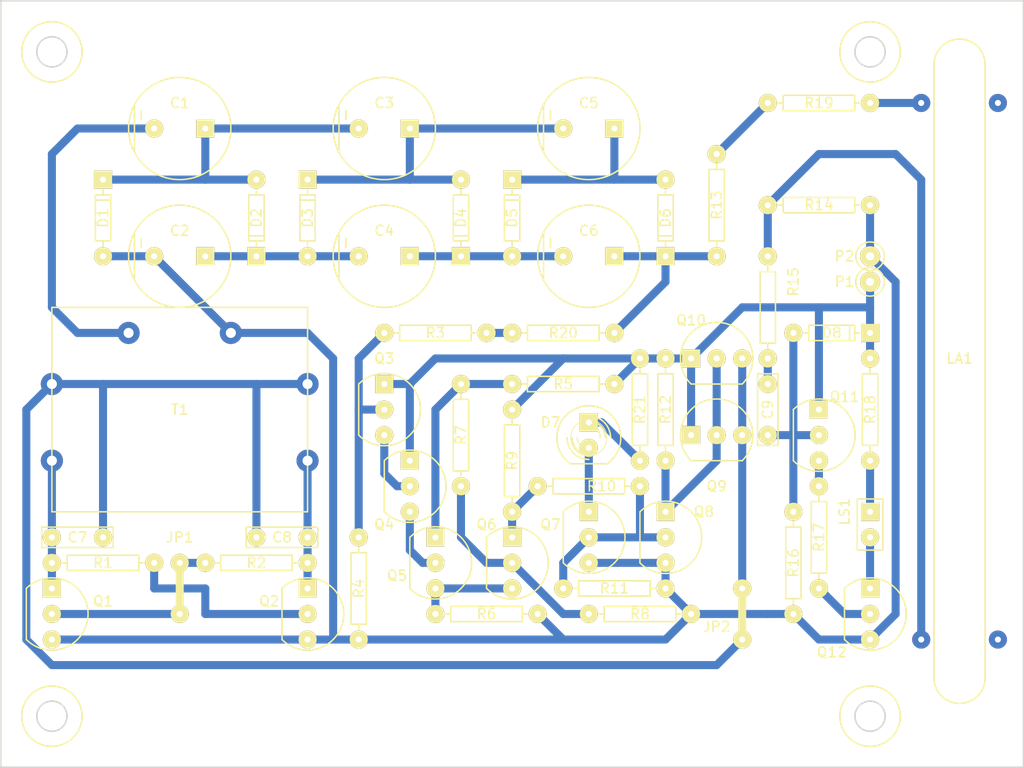
<source format=kicad_pcb>
(kicad_pcb (version 20211014) (generator pcbnew)
  (layers (0 "F.Cu" signal) (31 "B.Cu" signal) (34 "B.Paste" user) (35 "F.Paste" user) (36 "B.SilkS" user "B.Silkscreen") (37 "F.SilkS" user "F.Silkscreen") (38 "B.Mask" user) (39 "F.Mask" user) (44 "Edge.Cuts" user))
  (net 0 "")
  (net 1 "Net-(C1-Pad1)")
  (net 2 "Net-(C1-Pad2)")
  (net 3 "Net-(C2-Pad1)")
  (net 4 "Net-(C2-Pad2)")
  (net 5 "Net-(C3-Pad1)")
  (net 6 "Net-(C4-Pad1)")
  (net 7 "Net-(C5-Pad1)")
  (net 8 "Net-(C6-Pad1)")
  (net 9 "Net-(C7-Pad1)")
  (net 10 "Net-(C7-Pad2)")
  (net 11 "Net-(C8-Pad1)")
  (net 12 "Net-(C9-Pad1)")
  (net 13 "Net-(C9-Pad2)")
  (net 14 "Net-(D7-Pad1)")
  (net 15 "Net-(D7-Pad2)")
  (net 16 "Net-(LA1-Pad1)")
  (net 17 "Net-(LA1-Pad2)")
  (net 18 "Net-(LS1-Pad1)")
  (net 19 "Net-(LS1-Pad2)")
  (net 20 "Net-(JP1-Pad1)")
  (net 21 "Net-(JP1-Pad2)")
  (net 22 "Net-(JP2-Pad1)")
  (net 23 "Net-(Q2-Pad2)")
  (net 24 "Net-(Q3-Pad3)")
  (net 25 "Net-(Q3-Pad2)")
  (net 26 "Net-(Q4-Pad3)")
  (net 27 "Net-(Q5-Pad3)")
  (net 28 "Net-(Q5-Pad1)")
  (net 29 "Net-(Q6-Pad2)")
  (net 30 "Net-(Q6-Pad1)")
  (net 31 "Net-(Q7-Pad2)")
  (net 32 "Net-(Q10-Pad2)")
  (net 33 "Net-(Q11-Pad3)")
  (net 34 "Net-(Q12-Pad2)")
  (net 35 "Net-(R20-Pad2)")
  (net 36 "Net-(R13-Pad1)")
  (net 37 "Net-(D8-Pad2)")
  (footprint "common:R4" (layer "F.Cu") (at 114.3 104.14 180)
    (fp_text reference "R2" (at 0 0 180) (layer "F.SilkS"))
    (fp_text value "R" hide)
    (pad "1" thru_hole circle locked (at -5.08 0 180) (size 1.80086 1.80086) (drill 0.59944) (layers *.Cu *.Mask "F.SilkS") (net 11 "Net-(C8-Pad1)"))
    (pad "2" thru_hole circle locked (at 5.08 0 180) (size 1.80086 1.80086) (drill 0.59944) (layers *.Cu *.Mask "F.SilkS") (net 20 "Net-(JP1-Pad1)"))
  )
  (footprint "common:R4" (layer "F.Cu") (at 134.62 91.44 -90)
    (fp_text reference "R7" (at 0 0 -90) (layer "F.SilkS"))
    (fp_text value "R" hide)
    (pad "1" thru_hole circle locked (at -5.08 0 270) (size 1.80086 1.80086) (drill 0.59944) (layers *.Cu *.Mask "F.SilkS") (net 28 "Net-(Q5-Pad1)"))
    (pad "2" thru_hole circle locked (at 5.08 0 270) (size 1.80086 1.80086) (drill 0.59944) (layers *.Cu *.Mask "F.SilkS") (net 29 "Net-(Q6-Pad2)"))
  )
  (footprint "common:NPN" (layer "F.Cu") (at 119.38 109.22)
    (fp_text reference "Q2" (at -3.81 -1.27 180) (layer "F.SilkS"))
    (fp_text value "NPN" hide)
    (pad "1" thru_hole rect locked (at 0 -2.54 180) (size 1.80086 1.80086) (drill 0.59944) (layers *.Cu *.Mask "F.SilkS") (net 11 "Net-(C8-Pad1)"))
    (pad "2" thru_hole circle locked (at 0 0 180) (size 1.80086 1.80086) (drill 0.59944) (layers *.Cu *.Mask "F.SilkS") (net 23 "Net-(Q2-Pad2)"))
    (pad "3" thru_hole circle locked (at 0 2.54 180) (size 1.80086 1.80086) (drill 0.59944) (layers *.Cu *.Mask "F.SilkS") (net 4 "Net-(C2-Pad2)"))
  )
  (footprint "common:R4" (layer "F.Cu") (at 167.64 104.14 -90)
    (fp_text reference "R16" (at 0 0 -90) (layer "F.SilkS"))
    (fp_text value "R" hide)
    (pad "1" thru_hole circle locked (at -5.08 0 270) (size 1.80086 1.80086) (drill 0.59944) (layers *.Cu *.Mask "F.SilkS") (net 12 "Net-(C9-Pad1)"))
    (pad "2" thru_hole circle locked (at 5.08 0 270) (size 1.80086 1.80086) (drill 0.59944) (layers *.Cu *.Mask "F.SilkS") (net 4 "Net-(C2-Pad2)"))
  )
  (footprint "common:CP2" (layer "F.Cu") (at 147.32 60.96 90)
    (fp_text reference "C5" (at 2.54 0 180) (layer "F.SilkS"))
    (fp_text value "CP1" hide)
    (pad "1" thru_hole rect locked (at 0 2.54 90) (size 1.80086 1.80086) (drill 0.59944) (layers *.Cu *.Mask "F.SilkS") (net 7 "Net-(C5-Pad1)"))
    (pad "2" thru_hole circle locked (at 0 -2.54 90) (size 1.80086 1.80086) (drill 0.59944) (layers *.Cu *.Mask "F.SilkS") (net 5 "Net-(C3-Pad1)"))
  )
  (footprint "common:R4" (layer "F.Cu") (at 152.4 109.22)
    (fp_text reference "R8" (at 0 0) (layer "F.SilkS"))
    (fp_text value "R" hide)
    (pad "1" thru_hole circle locked (at -5.08 0) (size 1.80086 1.80086) (drill 0.59944) (layers *.Cu *.Mask "F.SilkS") (net 29 "Net-(Q6-Pad2)"))
    (pad "2" thru_hole circle locked (at 5.08 0) (size 1.80086 1.80086) (drill 0.59944) (layers *.Cu *.Mask "F.SilkS") (net 4 "Net-(C2-Pad2)"))
  )
  (footprint "common:R4" (layer "F.Cu") (at 139.7 93.98 -90)
    (fp_text reference "R9" (at 0 0 90) (layer "F.SilkS"))
    (fp_text value "R" hide)
    (pad "1" thru_hole circle locked (at -5.08 0 270) (size 1.80086 1.80086) (drill 0.59944) (layers *.Cu *.Mask "F.SilkS") (net 37 "Net-(D8-Pad2)"))
    (pad "2" thru_hole circle locked (at 5.08 0 270) (size 1.80086 1.80086) (drill 0.59944) (layers *.Cu *.Mask "F.SilkS") (net 30 "Net-(Q6-Pad1)"))
  )
  (footprint "common:R4" (layer "F.Cu") (at 175.26 88.9 -90)
    (fp_text reference "R18" (at 0 0 -90) (layer "F.SilkS"))
    (fp_text value "R" hide)
    (pad "1" thru_hole circle locked (at -5.08 0 270) (size 1.80086 1.80086) (drill 0.59944) (layers *.Cu *.Mask "F.SilkS") (net 37 "Net-(D8-Pad2)"))
    (pad "2" thru_hole circle locked (at 5.08 0 270) (size 1.80086 1.80086) (drill 0.59944) (layers *.Cu *.Mask "F.SilkS") (net 18 "Net-(LS1-Pad1)"))
  )
  (footprint "common:CP2" (layer "F.Cu") (at 106.68 73.66 90)
    (fp_text reference "C2" (at 2.54 0 180) (layer "F.SilkS"))
    (fp_text value "CP1" hide)
    (pad "1" thru_hole rect locked (at 0 2.54 90) (size 1.80086 1.80086) (drill 0.59944) (layers *.Cu *.Mask "F.SilkS") (net 3 "Net-(C2-Pad1)"))
    (pad "2" thru_hole circle locked (at 0 -2.54 90) (size 1.80086 1.80086) (drill 0.59944) (layers *.Cu *.Mask "F.SilkS") (net 4 "Net-(C2-Pad2)"))
  )
  (footprint "common:CP2" (layer "F.Cu") (at 127 60.96 90)
    (fp_text reference "C3" (at 2.54 0 180) (layer "F.SilkS"))
    (fp_text value "CP1" hide)
    (pad "1" thru_hole rect locked (at 0 2.54 90) (size 1.80086 1.80086) (drill 0.59944) (layers *.Cu *.Mask "F.SilkS") (net 5 "Net-(C3-Pad1)"))
    (pad "2" thru_hole circle locked (at 0 -2.54 90) (size 1.80086 1.80086) (drill 0.59944) (layers *.Cu *.Mask "F.SilkS") (net 1 "Net-(C1-Pad1)"))
  )
  (footprint "common:NPN" (layer "F.Cu") (at 147.32 101.6)
    (fp_text reference "Q7" (at -3.81 -1.27 180) (layer "F.SilkS"))
    (fp_text value "NPN" hide)
    (pad "1" thru_hole rect locked (at 0 -2.54 180) (size 1.80086 1.80086) (drill 0.59944) (layers *.Cu *.Mask "F.SilkS") (net 15 "Net-(D7-Pad2)"))
    (pad "2" thru_hole circle locked (at 0 0 180) (size 1.80086 1.80086) (drill 0.59944) (layers *.Cu *.Mask "F.SilkS") (net 31 "Net-(Q7-Pad2)"))
    (pad "3" thru_hole circle locked (at 0 2.54 180) (size 1.80086 1.80086) (drill 0.59944) (layers *.Cu *.Mask "F.SilkS") (net 4 "Net-(C2-Pad2)"))
  )
  (footprint "common:J302BG" (layer "F.Cu") (at 185.42 83.82 -90)
    (fp_text reference "LA1" (at 0 1.27 180) (layer "F.SilkS"))
    (fp_text value "GEIGER")
    (pad "1" thru_hole circle locked (at -25.4 5.08 270) (size 1.8 1.8) (drill 0.6) (layers *.Cu *.Mask) (net 16 "Net-(LA1-Pad1)"))
    (pad "2" thru_hole circle locked (at 27.94 5.08 270) (size 1.8 1.8) (drill 0.6) (layers *.Cu *.Mask) (net 17 "Net-(LA1-Pad2)"))
    (pad "3" thru_hole circle locked (at 27.94 -2.54 270) (size 1.8 1.8) (drill 0.6) (layers *.Cu *.Mask))
    (pad "4" thru_hole circle locked (at -25.4 -2.54 270) (size 1.8 1.8) (drill 0.6) (layers *.Cu *.Mask))
  )
  (footprint "common:C2" (layer "F.Cu") (at 116.84 101.6 180)
    (fp_text reference "C8" (at 0 0) (layer "F.SilkS"))
    (fp_text value "C" hide)
    (pad "1" thru_hole circle locked (at -2.54 0 180) (size 1.80086 1.80086) (drill 0.59944) (layers *.Cu *.Mask "F.SilkS") (net 11 "Net-(C8-Pad1)"))
    (pad "2" thru_hole circle locked (at 2.54 0 180) (size 1.80086 1.80086) (drill 0.59944) (layers *.Cu *.Mask "F.SilkS") (net 9 "Net-(C7-Pad1)"))
  )
  (footprint "common:R4" (layer "F.Cu") (at 147.32 96.52)
    (fp_text reference "R10" (at 1.27 0) (layer "F.SilkS"))
    (fp_text value "R" hide)
    (pad "1" thru_hole circle locked (at -5.08 0) (size 1.80086 1.80086) (drill 0.59944) (layers *.Cu *.Mask "F.SilkS") (net 30 "Net-(Q6-Pad1)"))
    (pad "2" thru_hole circle locked (at 5.08 0) (size 1.80086 1.80086) (drill 0.59944) (layers *.Cu *.Mask "F.SilkS") (net 31 "Net-(Q7-Pad2)"))
  )
  (footprint "common:R4" (layer "F.Cu") (at 99.06 104.14 180)
    (fp_text reference "R1" (at 0 0 180) (layer "F.SilkS"))
    (fp_text value "R" hide)
    (pad "1" thru_hole circle locked (at -5.08 0 180) (size 1.80086 1.80086) (drill 0.59944) (layers *.Cu *.Mask "F.SilkS") (net 23 "Net-(Q2-Pad2)"))
    (pad "2" thru_hole circle locked (at 5.08 0 180) (size 1.80086 1.80086) (drill 0.59944) (layers *.Cu *.Mask "F.SilkS") (net 10 "Net-(C7-Pad2)"))
  )
  (footprint "common:R4" (layer "F.Cu") (at 160.02 68.58 -90)
    (fp_text reference "R13" (at 0 0 -90) (layer "F.SilkS"))
    (fp_text value "R" hide)
    (pad "1" thru_hole circle locked (at -5.08 0 270) (size 1.80086 1.80086) (drill 0.59944) (layers *.Cu *.Mask "F.SilkS") (net 36 "Net-(R13-Pad1)"))
    (pad "2" thru_hole circle locked (at 5.08 0 270) (size 1.80086 1.80086) (drill 0.59944) (layers *.Cu *.Mask "F.SilkS") (net 8 "Net-(C6-Pad1)"))
  )
  (footprint "common:PIN_ARRAY_1X1" (layer "F.Cu") (at 175.26 76.2)
    (fp_text reference "P1" (at -2.54 0) (layer "F.SilkS"))
    (fp_text value "CONN_1" hide)
    (pad "1" thru_hole circle locked (at 0 0) (size 2 2) (drill 0.8) (layers *.Cu *.Mask "F.SilkS") (net 37 "Net-(D8-Pad2)"))
  )
  (footprint "common:C2" (layer "F.Cu") (at 96.52 101.6 180)
    (fp_text reference "C7" (at 0 0) (layer "F.SilkS"))
    (fp_text value "C" hide)
    (pad "1" thru_hole circle locked (at -2.54 0 180) (size 1.80086 1.80086) (drill 0.59944) (layers *.Cu *.Mask "F.SilkS") (net 9 "Net-(C7-Pad1)"))
    (pad "2" thru_hole circle locked (at 2.54 0 180) (size 1.80086 1.80086) (drill 0.59944) (layers *.Cu *.Mask "F.SilkS") (net 10 "Net-(C7-Pad2)"))
  )
  (footprint "common:LED-5MM" (layer "F.Cu") (at 147.32 91.44 -90)
    (fp_text reference "D7" (at -1.27 3.81 180) (layer "F.SilkS"))
    (fp_text value "LED" hide)
    (pad "1" thru_hole rect locked (at -1.27 0 270) (size 1.80086 1.80086) (drill 0.59944) (layers *.Cu "F.Paste" "F.SilkS" "F.Mask") (net 14 "Net-(D7-Pad1)"))
    (pad "2" thru_hole circle locked (at 1.27 0 270) (size 1.80086 1.80086) (drill 0.59944) (layers *.Cu "F.Paste" "F.SilkS" "F.Mask") (net 15 "Net-(D7-Pad2)"))
  )
  (footprint "common:C2" (layer "F.Cu") (at 165.1 88.9 90)
    (fp_text reference "C9" (at 0 0 90) (layer "F.SilkS"))
    (fp_text value "C" hide)
    (pad "1" thru_hole circle locked (at -2.54 0 90) (size 1.80086 1.80086) (drill 0.59944) (layers *.Cu *.Mask "F.SilkS") (net 12 "Net-(C9-Pad1)"))
    (pad "2" thru_hole circle locked (at 2.54 0 90) (size 1.80086 1.80086) (drill 0.59944) (layers *.Cu *.Mask "F.SilkS") (net 13 "Net-(C9-Pad2)"))
  )
  (footprint "common:D3" (layer "F.Cu") (at 119.38 71.12 90)
    (fp_text reference "D3" (at 1.27 0 90) (layer "F.SilkS"))
    (fp_text value "DIODE" hide)
    (pad "1" thru_hole circle locked (at -2.54 0 90) (size 1.80086 1.80086) (drill 0.59944) (layers *.Cu *.Mask "F.SilkS") (net 3 "Net-(C2-Pad1)"))
    (pad "2" thru_hole rect locked (at 5.08 0 90) (size 1.80086 1.80086) (drill 0.59944) (layers *.Cu *.Mask "F.SilkS") (net 5 "Net-(C3-Pad1)"))
  )
  (footprint "common:D3" (layer "F.Cu") (at 170.18 81.28)
    (fp_text reference "D8" (at 1.27 0) (layer "F.SilkS"))
    (fp_text value "DIODE" hide)
    (pad "1" thru_hole circle locked (at -2.54 0) (size 1.80086 1.80086) (drill 0.59944) (layers *.Cu *.Mask "F.SilkS") (net 12 "Net-(C9-Pad1)"))
    (pad "2" thru_hole rect locked (at 5.08 0) (size 1.80086 1.80086) (drill 0.59944) (layers *.Cu *.Mask "F.SilkS") (net 37 "Net-(D8-Pad2)"))
  )
  (footprint "common:NPN" (layer "F.Cu") (at 160.02 83.82 90)
    (fp_text reference "Q10" (at 3.81 -2.54 180) (layer "F.SilkS"))
    (fp_text value "NPN" hide)
    (pad "1" thru_hole rect locked (at 0 -2.54 270) (size 1.80086 1.80086) (drill 0.59944) (layers *.Cu *.Mask "F.SilkS") (net 37 "Net-(D8-Pad2)"))
    (pad "2" thru_hole circle locked (at 0 0 270) (size 1.80086 1.80086) (drill 0.59944) (layers *.Cu *.Mask "F.SilkS") (net 32 "Net-(Q10-Pad2)"))
    (pad "3" thru_hole circle locked (at 0 2.54 270) (size 1.80086 1.80086) (drill 0.59944) (layers *.Cu *.Mask "F.SilkS") (net 22 "Net-(JP2-Pad1)"))
  )
  (footprint "common:CP2" (layer "F.Cu") (at 127 73.66 90)
    (fp_text reference "C4" (at 2.54 0 180) (layer "F.SilkS"))
    (fp_text value "CP1" hide)
    (pad "1" thru_hole rect locked (at 0 2.54 90) (size 1.80086 1.80086) (drill 0.59944) (layers *.Cu *.Mask "F.SilkS") (net 6 "Net-(C4-Pad1)"))
    (pad "2" thru_hole circle locked (at 0 -2.54 90) (size 1.80086 1.80086) (drill 0.59944) (layers *.Cu *.Mask "F.SilkS") (net 3 "Net-(C2-Pad1)"))
  )
  (footprint "common:R4" (layer "F.Cu") (at 144.78 86.36 180)
    (fp_text reference "R5" (at 0 0 180) (layer "F.SilkS"))
    (fp_text value "R" hide)
    (pad "1" thru_hole circle locked (at -5.08 0 180) (size 1.80086 1.80086) (drill 0.59944) (layers *.Cu *.Mask "F.SilkS") (net 37 "Net-(D8-Pad2)"))
    (pad "2" thru_hole circle locked (at 5.08 0 180) (size 1.80086 1.80086) (drill 0.59944) (layers *.Cu *.Mask "F.SilkS") (net 28 "Net-(Q5-Pad1)"))
  )
  (footprint "common:R4" (layer "F.Cu") (at 170.18 68.58)
    (fp_text reference "R14" (at 0 0) (layer "F.SilkS"))
    (fp_text value "R" hide)
    (pad "1" thru_hole circle locked (at -5.08 0) (size 1.80086 1.80086) (drill 0.59944) (layers *.Cu *.Mask "F.SilkS") (net 17 "Net-(LA1-Pad2)"))
    (pad "2" thru_hole circle locked (at 5.08 0) (size 1.80086 1.80086) (drill 0.59944) (layers *.Cu *.Mask "F.SilkS") (net 4 "Net-(C2-Pad2)"))
  )
  (footprint "common:CP2" (layer "F.Cu") (at 106.68 60.96 90)
    (fp_text reference "C1" (at 2.54 0 180) (layer "F.SilkS"))
    (fp_text value "CP1" hide)
    (pad "1" thru_hole rect locked (at 0 2.54 90) (size 1.80086 1.80086) (drill 0.59944) (layers *.Cu *.Mask "F.SilkS") (net 1 "Net-(C1-Pad1)"))
    (pad "2" thru_hole circle locked (at 0 -2.54 90) (size 1.80086 1.80086) (drill 0.59944) (layers *.Cu *.Mask "F.SilkS") (net 2 "Net-(C1-Pad2)"))
  )
  (footprint "common:D3" (layer "F.Cu") (at 99.06 71.12 90)
    (fp_text reference "D1" (at 1.27 0 90) (layer "F.SilkS"))
    (fp_text value "DIODE" hide)
    (pad "1" thru_hole circle locked (at -2.54 0 90) (size 1.80086 1.80086) (drill 0.59944) (layers *.Cu *.Mask "F.SilkS") (net 4 "Net-(C2-Pad2)"))
    (pad "2" thru_hole rect locked (at 5.08 0 90) (size 1.80086 1.80086) (drill 0.59944) (layers *.Cu *.Mask "F.SilkS") (net 1 "Net-(C1-Pad1)"))
  )
  (footprint "common:NPN" (layer "F.Cu") (at 154.94 101.6)
    (fp_text reference "Q8" (at 3.81 -2.54 180) (layer "F.SilkS"))
    (fp_text value "NPN" hide)
    (pad "1" thru_hole rect locked (at 0 -2.54 180) (size 1.80086 1.80086) (drill 0.59944) (layers *.Cu *.Mask "F.SilkS") (net 32 "Net-(Q10-Pad2)"))
    (pad "2" thru_hole circle locked (at 0 0 180) (size 1.80086 1.80086) (drill 0.59944) (layers *.Cu *.Mask "F.SilkS") (net 31 "Net-(Q7-Pad2)"))
    (pad "3" thru_hole circle locked (at 0 2.54 180) (size 1.80086 1.80086) (drill 0.59944) (layers *.Cu *.Mask "F.SilkS") (net 4 "Net-(C2-Pad2)"))
  )
  (footprint "common:R4" (layer "F.Cu") (at 124.46 106.68 -90)
    (fp_text reference "R4" (at 0 0 -90) (layer "F.SilkS"))
    (fp_text value "R" hide)
    (pad "1" thru_hole circle locked (at -5.08 0 270) (size 1.80086 1.80086) (drill 0.59944) (layers *.Cu *.Mask "F.SilkS") (net 25 "Net-(Q3-Pad2)"))
    (pad "2" thru_hole circle locked (at 5.08 0 270) (size 1.80086 1.80086) (drill 0.59944) (layers *.Cu *.Mask "F.SilkS") (net 4 "Net-(C2-Pad2)"))
  )
  (footprint "common:NPN" (layer "F.Cu") (at 129.54 96.52)
    (fp_text reference "Q4" (at -2.54 3.81 180) (layer "F.SilkS"))
    (fp_text value "NPN" hide)
    (pad "1" thru_hole rect locked (at 0 -2.54 180) (size 1.80086 1.80086) (drill 0.59944) (layers *.Cu *.Mask "F.SilkS") (net 37 "Net-(D8-Pad2)"))
    (pad "2" thru_hole circle locked (at 0 0 180) (size 1.80086 1.80086) (drill 0.59944) (layers *.Cu *.Mask "F.SilkS") (net 24 "Net-(Q3-Pad3)"))
    (pad "3" thru_hole circle locked (at 0 2.54 180) (size 1.80086 1.80086) (drill 0.59944) (layers *.Cu *.Mask "F.SilkS") (net 26 "Net-(Q4-Pad3)"))
  )
  (footprint "common:NPN" (layer "F.Cu") (at 160.02 91.44 90)
    (fp_text reference "Q9" (at -5.08 0 180) (layer "F.SilkS"))
    (fp_text value "NPN" hide)
    (pad "1" thru_hole rect locked (at 0 -2.54 270) (size 1.80086 1.80086) (drill 0.59944) (layers *.Cu *.Mask "F.SilkS") (net 37 "Net-(D8-Pad2)"))
    (pad "2" thru_hole circle locked (at 0 0 270) (size 1.80086 1.80086) (drill 0.59944) (layers *.Cu *.Mask "F.SilkS") (net 32 "Net-(Q10-Pad2)"))
    (pad "3" thru_hole circle locked (at 0 2.54 270) (size 1.80086 1.80086) (drill 0.59944) (layers *.Cu *.Mask "F.SilkS") (net 22 "Net-(JP2-Pad1)"))
  )
  (footprint "common:NPN" (layer "F.Cu") (at 127 88.9)
    (fp_text reference "Q3" (at 0 -5.08 180) (layer "F.SilkS"))
    (fp_text value "NPN" hide)
    (pad "1" thru_hole rect locked (at 0 -2.54 180) (size 1.80086 1.80086) (drill 0.59944) (layers *.Cu *.Mask "F.SilkS") (net 37 "Net-(D8-Pad2)"))
    (pad "2" thru_hole circle locked (at 0 0 180) (size 1.80086 1.80086) (drill 0.59944) (layers *.Cu *.Mask "F.SilkS") (net 25 "Net-(Q3-Pad2)"))
    (pad "3" thru_hole circle locked (at 0 2.54 180) (size 1.80086 1.80086) (drill 0.59944) (layers *.Cu *.Mask "F.SilkS") (net 24 "Net-(Q3-Pad3)"))
  )
  (footprint "common:R4" (layer "F.Cu") (at 165.1 78.74 90)
    (fp_text reference "R15" (at 2.54 2.54 90) (layer "F.SilkS"))
    (fp_text value "R" hide)
    (pad "1" thru_hole circle locked (at -5.08 0 90) (size 1.80086 1.80086) (drill 0.59944) (layers *.Cu *.Mask "F.SilkS") (net 13 "Net-(C9-Pad2)"))
    (pad "2" thru_hole circle locked (at 5.08 0 90) (size 1.80086 1.80086) (drill 0.59944) (layers *.Cu *.Mask "F.SilkS") (net 17 "Net-(LA1-Pad2)"))
  )
  (footprint "common:NPN" (layer "F.Cu") (at 132.08 104.14)
    (fp_text reference "Q5" (at -3.81 1.27 180) (layer "F.SilkS"))
    (fp_text value "NPN" hide)
    (pad "1" thru_hole rect locked (at 0 -2.54 180) (size 1.80086 1.80086) (drill 0.59944) (layers *.Cu *.Mask "F.SilkS") (net 28 "Net-(Q5-Pad1)"))
    (pad "2" thru_hole circle locked (at 0 0 180) (size 1.80086 1.80086) (drill 0.59944) (layers *.Cu *.Mask "F.SilkS") (net 26 "Net-(Q4-Pad3)"))
    (pad "3" thru_hole circle locked (at 0 2.54 180) (size 1.80086 1.80086) (drill 0.59944) (layers *.Cu *.Mask "F.SilkS") (net 27 "Net-(Q5-Pad3)"))
  )
  (footprint "common:CP2" (layer "F.Cu") (at 147.32 73.66 90)
    (fp_text reference "C6" (at 2.54 0 180) (layer "F.SilkS"))
    (fp_text value "CP1" hide)
    (pad "1" thru_hole rect locked (at 0 2.54 90) (size 1.80086 1.80086) (drill 0.59944) (layers *.Cu *.Mask "F.SilkS") (net 8 "Net-(C6-Pad1)"))
    (pad "2" thru_hole circle locked (at 0 -2.54 90) (size 1.80086 1.80086) (drill 0.59944) (layers *.Cu *.Mask "F.SilkS") (net 6 "Net-(C4-Pad1)"))
  )
  (footprint "common:D3" (layer "F.Cu") (at 139.7 71.12 90)
    (fp_text reference "D5" (at 1.27 0 90) (layer "F.SilkS"))
    (fp_text value "DIODE" hide)
    (pad "1" thru_hole circle locked (at -2.54 0 90) (size 1.80086 1.80086) (drill 0.59944) (layers *.Cu *.Mask "F.SilkS") (net 6 "Net-(C4-Pad1)"))
    (pad "2" thru_hole rect locked (at 5.08 0 90) (size 1.80086 1.80086) (drill 0.59944) (layers *.Cu *.Mask "F.SilkS") (net 7 "Net-(C5-Pad1)"))
  )
  (footprint "common:NPN" (layer "F.Cu") (at 139.7 104.14)
    (fp_text reference "Q6" (at -2.54 -3.81 180) (layer "F.SilkS"))
    (fp_text value "NPN" hide)
    (pad "1" thru_hole rect locked (at 0 -2.54 180) (size 1.80086 1.80086) (drill 0.59944) (layers *.Cu *.Mask "F.SilkS") (net 30 "Net-(Q6-Pad1)"))
    (pad "2" thru_hole circle locked (at 0 0 180) (size 1.80086 1.80086) (drill 0.59944) (layers *.Cu *.Mask "F.SilkS") (net 29 "Net-(Q6-Pad2)"))
    (pad "3" thru_hole circle locked (at 0 2.54 180) (size 1.80086 1.80086) (drill 0.59944) (layers *.Cu *.Mask "F.SilkS") (net 27 "Net-(Q5-Pad3)"))
  )
  (footprint "common:NPN" (layer "F.Cu") (at 93.98 109.22)
    (fp_text reference "Q1" (at 5.08 -1.27 180) (layer "F.SilkS"))
    (fp_text value "NPN" hide)
    (pad "1" thru_hole rect locked (at 0 -2.54 180) (size 1.80086 1.80086) (drill 0.59944) (layers *.Cu *.Mask "F.SilkS") (net 10 "Net-(C7-Pad2)"))
    (pad "2" thru_hole circle locked (at 0 0 180) (size 1.80086 1.80086) (drill 0.59944) (layers *.Cu *.Mask "F.SilkS") (net 21 "Net-(JP1-Pad2)"))
    (pad "3" thru_hole circle locked (at 0 2.54 180) (size 1.80086 1.80086) (drill 0.59944) (layers *.Cu *.Mask "F.SilkS") (net 4 "Net-(C2-Pad2)"))
  )
  (footprint "common:R4" (layer "F.Cu") (at 170.18 101.6 -90)
    (fp_text reference "R17" (at 0 0 -90) (layer "F.SilkS"))
    (fp_text value "R" hide)
    (pad "1" thru_hole circle locked (at -5.08 0 270) (size 1.80086 1.80086) (drill 0.59944) (layers *.Cu *.Mask "F.SilkS") (net 33 "Net-(Q11-Pad3)"))
    (pad "2" thru_hole circle locked (at 5.08 0 270) (size 1.80086 1.80086) (drill 0.59944) (layers *.Cu *.Mask "F.SilkS") (net 34 "Net-(Q12-Pad2)"))
  )
  (footprint "common:R4" (layer "F.Cu") (at 137.16 109.22)
    (fp_text reference "R6" (at 0 0) (layer "F.SilkS"))
    (fp_text value "R" hide)
    (pad "1" thru_hole circle locked (at -5.08 0) (size 1.80086 1.80086) (drill 0.59944) (layers *.Cu *.Mask "F.SilkS") (net 27 "Net-(Q5-Pad3)"))
    (pad "2" thru_hole circle locked (at 5.08 0) (size 1.80086 1.80086) (drill 0.59944) (layers *.Cu *.Mask "F.SilkS") (net 4 "Net-(C2-Pad2)"))
  )
  (footprint "common:D3" (layer "F.Cu") (at 114.3 68.58 -90)
    (fp_text reference "D2" (at 1.27 0 -90) (layer "F.SilkS"))
    (fp_text value "DIODE" hide)
    (pad "1" thru_hole circle locked (at -2.54 0 270) (size 1.80086 1.80086) (drill 0.59944) (layers *.Cu *.Mask "F.SilkS") (net 1 "Net-(C1-Pad1)"))
    (pad "2" thru_hole rect locked (at 5.08 0 270) (size 1.80086 1.80086) (drill 0.59944) (layers *.Cu *.Mask "F.SilkS") (net 3 "Net-(C2-Pad1)"))
  )
  (footprint "common:D3" (layer "F.Cu") (at 154.94 68.58 -90)
    (fp_text reference "D6" (at 1.27 0 -90) (layer "F.SilkS"))
    (fp_text value "DIODE" hide)
    (pad "1" thru_hole circle locked (at -2.54 0 270) (size 1.80086 1.80086) (drill 0.59944) (layers *.Cu *.Mask "F.SilkS") (net 7 "Net-(C5-Pad1)"))
    (pad "2" thru_hole rect locked (at 5.08 0 270) (size 1.80086 1.80086) (drill 0.59944) (layers *.Cu *.Mask "F.SilkS") (net 8 "Net-(C6-Pad1)"))
  )
  (footprint "common:D3" (layer "F.Cu") (at 134.62 68.58 -90)
    (fp_text reference "D4" (at 1.27 0 -90) (layer "F.SilkS"))
    (fp_text value "DIODE" hide)
    (pad "1" thru_hole circle locked (at -2.54 0 270) (size 1.80086 1.80086) (drill 0.59944) (layers *.Cu *.Mask "F.SilkS") (net 5 "Net-(C3-Pad1)"))
    (pad "2" thru_hole rect locked (at 5.08 0 270) (size 1.80086 1.80086) (drill 0.59944) (layers *.Cu *.Mask "F.SilkS") (net 6 "Net-(C4-Pad1)"))
  )
  (footprint "common:TRANSFO_2S" (layer "F.Cu") (at 106.68 88.9 180)
    (fp_text reference "T1" (at 0 0 180) (layer "F.SilkS"))
    (fp_text value "TRANSFO_2S" hide)
    (pad "1" thru_hole circle locked (at -5.08 7.62 180) (size 2.2 2.2) (drill 1) (layers *.Cu *.Mask) (net 4 "Net-(C2-Pad2)"))
    (pad "2" thru_hole circle locked (at 5.08 7.62 180) (size 2.2 2.2) (drill 1) (layers *.Cu *.Mask) (net 2 "Net-(C1-Pad2)"))
    (pad "3" thru_hole circle locked (at -12.7 -5.08 180) (size 2.2 2.2) (drill 1) (layers *.Cu *.Mask) (net 11 "Net-(C8-Pad1)"))
    (pad "4" thru_hole circle locked (at -12.7 2.54 180) (size 2.2 2.2) (drill 1) (layers *.Cu *.Mask) (net 9 "Net-(C7-Pad1)"))
    (pad "5" thru_hole circle locked (at 12.7 2.54 180) (size 2.2 2.2) (drill 1) (layers *.Cu *.Mask) (net 9 "Net-(C7-Pad1)"))
    (pad "6" thru_hole circle locked (at 12.7 -5.08 180) (size 2.2 2.2) (drill 1) (layers *.Cu *.Mask) (net 10 "Net-(C7-Pad2)"))
  )
  (footprint "common:NPN" (layer "F.Cu") (at 170.18 91.44)
    (fp_text reference "Q11" (at 2.54 -3.81 180) (layer "F.SilkS"))
    (fp_text value "NPN" hide)
    (pad "1" thru_hole rect locked (at 0 -2.54 180) (size 1.80086 1.80086) (drill 0.59944) (layers *.Cu *.Mask "F.SilkS") (net 37 "Net-(D8-Pad2)"))
    (pad "2" thru_hole circle locked (at 0 0 180) (size 1.80086 1.80086) (drill 0.59944) (layers *.Cu *.Mask "F.SilkS") (net 12 "Net-(C9-Pad1)"))
    (pad "3" thru_hole circle locked (at 0 2.54 180) (size 1.80086 1.80086) (drill 0.59944) (layers *.Cu *.Mask "F.SilkS") (net 33 "Net-(Q11-Pad3)"))
  )
  (footprint "common:NPN" (layer "F.Cu") (at 175.26 109.22)
    (fp_text reference "Q12" (at -3.81 3.81 180) (layer "F.SilkS"))
    (fp_text value "NPN" hide)
    (pad "1" thru_hole rect locked (at 0 -2.54 180) (size 1.80086 1.80086) (drill 0.59944) (layers *.Cu *.Mask "F.SilkS") (net 19 "Net-(LS1-Pad2)"))
    (pad "2" thru_hole circle locked (at 0 0 180) (size 1.80086 1.80086) (drill 0.59944) (layers *.Cu *.Mask "F.SilkS") (net 34 "Net-(Q12-Pad2)"))
    (pad "3" thru_hole circle locked (at 0 2.54 180) (size 1.80086 1.80086) (drill 0.59944) (layers *.Cu *.Mask "F.SilkS") (net 4 "Net-(C2-Pad2)"))
  )
  (footprint "common:PIN_ARRAY_1X1" (layer "F.Cu") (at 175.26 73.66)
    (fp_text reference "P2" (at -2.54 0) (layer "F.SilkS"))
    (fp_text value "CONN_1" hide)
    (pad "1" thru_hole circle locked (at 0 0) (size 2 2) (drill 0.8) (layers *.Cu *.Mask "F.SilkS") (net 4 "Net-(C2-Pad2)"))
  )
  (footprint "common:BR2" (layer "F.Cu") (at 106.68 106.68 -90)
    (fp_text reference "JP1" (at -5.08 0) (layer "F.SilkS"))
    (fp_text value "BREAKER2" hide)
    (pad "1" thru_hole circle locked (at -2.54 0 270) (size 1.80086 1.80086) (drill 0.59944) (layers *.Cu *.Mask "F.SilkS") (net 20 "Net-(JP1-Pad1)"))
    (pad "2" thru_hole circle locked (at 2.54 0 270) (size 1.80086 1.80086) (drill 0.59944) (layers *.Cu *.Mask "F.SilkS") (net 21 "Net-(JP1-Pad2)"))
  )
  (footprint "common:R4" (layer "F.Cu") (at 154.94 88.9 -90)
    (fp_text reference "R12" (at 0 0 -90) (layer "F.SilkS"))
    (fp_text value "R" hide)
    (pad "1" thru_hole circle locked (at -5.08 0 270) (size 1.80086 1.80086) (drill 0.59944) (layers *.Cu *.Mask "F.SilkS") (net 37 "Net-(D8-Pad2)"))
    (pad "2" thru_hole circle locked (at 5.08 0 270) (size 1.80086 1.80086) (drill 0.59944) (layers *.Cu *.Mask "F.SilkS") (net 32 "Net-(Q10-Pad2)"))
  )
  (footprint "common:BR2" (layer "F.Cu") (at 162.56 109.22 -90)
    (fp_text reference "JP2" (at 1.27 2.54) (layer "F.SilkS"))
    (fp_text value "BREAKER2" hide)
    (pad "1" thru_hole circle locked (at -2.54 0 270) (size 1.80086 1.80086) (drill 0.59944) (layers *.Cu *.Mask "F.SilkS") (net 22 "Net-(JP2-Pad1)"))
    (pad "2" thru_hole circle locked (at 2.54 0 270) (size 1.80086 1.80086) (drill 0.59944) (layers *.Cu *.Mask "F.SilkS") (net 9 "Net-(C7-Pad1)"))
  )
  (footprint "common:PIN_ARRAY_2X1" (layer "F.Cu") (at 175.26 100.33 -90)
    (fp_text reference "LS1" (at -1.27 2.54 -90) (layer "F.SilkS"))
    (fp_text value "Speaker" hide)
    (pad "1" thru_hole rect locked (at -1.27 0 270) (size 1.80086 1.80086) (drill 0.59944) (layers *.Cu *.Mask "F.SilkS") (net 18 "Net-(LS1-Pad1)"))
    (pad "2" thru_hole circle locked (at 1.27 0 270) (size 1.80086 1.80086) (drill 0.59944) (layers *.Cu *.Mask "F.SilkS") (net 19 "Net-(LS1-Pad2)"))
  )
  (footprint "common:R4" (layer "F.Cu") (at 149.86 106.68)
    (fp_text reference "R11" (at 0 0) (layer "F.SilkS"))
    (fp_text value "R" hide)
    (pad "1" thru_hole circle locked (at -5.08 0) (size 1.80086 1.80086) (drill 0.59944) (layers *.Cu *.Mask "F.SilkS") (net 31 "Net-(Q7-Pad2)"))
    (pad "2" thru_hole circle locked (at 5.08 0) (size 1.80086 1.80086) (drill 0.59944) (layers *.Cu *.Mask "F.SilkS") (net 4 "Net-(C2-Pad2)"))
  )
  (footprint "common:ENTRETOISE" (layer "F.Cu") (at 93.98 53.34)
    (fp_text reference "REF**" hide)
    (fp_text value "ENTRETOISE" hide)
    (fp_circle (center 0 0) (end 1.5 0) (layer "Edge.Cuts") (width 0.15) (fill none))
  )
  (footprint "common:ENTRETOISE" (layer "F.Cu") (at 175.26 119.38)
    (fp_text reference "REF**" hide)
    (fp_text value "ENTRETOISE" hide)
    (fp_circle (center 0 0) (end 1.5 0) (layer "Edge.Cuts") (width 0.15) (fill none))
  )
  (footprint "common:R4" (layer "F.Cu") (at 144.78 81.28 180)
    (fp_text reference "R20" (at 0 0) (layer "F.SilkS"))
    (fp_text value "R" hide)
    (pad "1" thru_hole circle locked (at -5.08 0 180) (size 1.80086 1.80086) (drill 0.59944) (layers *.Cu *.Mask "F.SilkS") (net 8 "Net-(C6-Pad1)"))
    (pad "2" thru_hole circle locked (at 5.08 0 180) (size 1.80086 1.80086) (drill 0.59944) (layers *.Cu *.Mask "F.SilkS") (net 35 "Net-(R20-Pad2)"))
  )
  (footprint "common:R4" (layer "F.Cu") (at 170.18 58.42 180)
    (fp_text reference "R19" (at 0 0) (layer "F.SilkS"))
    (fp_text value "R" hide)
    (pad "1" thru_hole circle locked (at -5.08 0 180) (size 1.80086 1.80086) (drill 0.59944) (layers *.Cu *.Mask "F.SilkS") (net 16 "Net-(LA1-Pad1)"))
    (pad "2" thru_hole circle locked (at 5.08 0 180) (size 1.80086 1.80086) (drill 0.59944) (layers *.Cu *.Mask "F.SilkS") (net 36 "Net-(R13-Pad1)"))
  )
  (footprint "common:R4" (layer "F.Cu") (at 132.08 81.28 180)
    (fp_text reference "R3" (at 0 0 180) (layer "F.SilkS"))
    (fp_text value "R" hide)
    (pad "1" thru_hole circle locked (at -5.08 0 180) (size 1.80086 1.80086) (drill 0.59944) (layers *.Cu *.Mask "F.SilkS") (net 35 "Net-(R20-Pad2)"))
    (pad "2" thru_hole circle locked (at 5.08 0 180) (size 1.80086 1.80086) (drill 0.59944) (layers *.Cu *.Mask "F.SilkS") (net 25 "Net-(Q3-Pad2)"))
  )
  (footprint "common:R4" (layer "F.Cu") (at 152.4 88.9 -90)
    (fp_text reference "R21" (at 0 0 90) (layer "F.SilkS"))
    (fp_text value "R" hide)
    (pad "1" thru_hole circle locked (at -5.08 0 270) (size 1.80086 1.80086) (drill 0.59944) (layers *.Cu *.Mask "F.SilkS") (net 37 "Net-(D8-Pad2)"))
    (pad "2" thru_hole circle locked (at 5.08 0 270) (size 1.80086 1.80086) (drill 0.59944) (layers *.Cu *.Mask "F.SilkS") (net 14 "Net-(D7-Pad1)"))
  )
  (footprint "common:ENTRETOISE" (layer "F.Cu") (at 93.98 119.38)
    (fp_text reference "REF**" hide)
    (fp_text value "ENTRETOISE" hide)
    (fp_circle (center 0 0) (end 1.5 0) (layer "Edge.Cuts") (width 0.15) (fill none))
  )
  (footprint "common:ENTRETOISE" (layer "F.Cu") (at 175.26 53.34)
    (fp_text reference "REF**" hide)
    (fp_text value "ENTRETOISE" hide)
    (fp_circle (center 0 0) (end 1.5 0) (layer "Edge.Cuts") (width 0.15) (fill none))
  )
  (gr_line (start 88.9 124.46) (end 88.9 48.26) (layer "Edge.Cuts") (width 0.15))
  (gr_line (start 190.5 48.26) (end 190.5 124.46) (layer "Edge.Cuts") (width 0.15))
  (gr_line (start 88.9 48.26) (end 190.5 48.26) (layer "Edge.Cuts") (width 0.15))
  (gr_line (start 190.5 124.46) (end 88.9 124.46) (layer "Edge.Cuts") (width 0.15))
  (segment (start 109.22 60.96) (end 124.46 60.96) (width 0.8) (layer "B.Cu") (net 1))
  (segment (start 109.22 66.04) (end 114.3 66.04) (width 0.8) (layer "B.Cu") (net 1))
  (segment (start 99.06 66.04) (end 109.22 66.04) (width 0.8) (layer "B.Cu") (net 1))
  (segment (start 109.22 60.96) (end 109.22 66.04) (width 0.8) (layer "B.Cu") (net 1))
  (segment (start 96.52 81.28) (end 93.98 78.74) (width 0.8) (layer "B.Cu") (net 2))
  (segment (start 93.98 63.5) (end 96.52 60.96) (width 0.8) (layer "B.Cu") (net 2))
  (segment (start 96.52 60.96) (end 104.14 60.96) (width 0.8) (layer "B.Cu") (net 2))
  (segment (start 93.98 78.74) (end 93.98 63.5) (width 0.8) (layer "B.Cu") (net 2))
  (segment (start 101.6 81.28) (end 96.52 81.28) (width 0.8) (layer "B.Cu") (net 2))
  (segment (start 114.3 73.66) (end 119.38 73.66) (width 0.8) (layer "B.Cu") (net 3))
  (segment (start 109.22 73.66) (end 114.3 73.66) (width 0.8) (layer "B.Cu") (net 3))
  (segment (start 119.38 73.66) (end 124.46 73.66) (width 0.8) (layer "B.Cu") (net 3))
  (segment (start 119.38 81.28) (end 121.92 83.82) (width 0.8) (layer "B.Cu") (net 4))
  (segment (start 121.92 83.82) (end 121.92 111.76) (width 0.8) (layer "B.Cu") (net 4))
  (segment (start 147.32 104.14) (end 154.94 104.14) (width 0.8) (layer "B.Cu") (net 4))
  (segment (start 154.94 106.68) (end 157.48 109.22) (width 0.8) (layer "B.Cu") (net 4))
  (segment (start 154.94 104.14) (end 154.94 106.68) (width 0.8) (layer "B.Cu") (net 4))
  (segment (start 154.94 111.76) (end 157.48 109.22) (width 0.8) (layer "B.Cu") (net 4))
  (segment (start 165.1 109.22) (end 167.64 109.22) (width 0.8) (layer "B.Cu") (net 4))
  (segment (start 162.56 109.22) (end 165.1 109.22) (width 0.8) (layer "B.Cu") (net 4))
  (segment (start 157.48 109.22) (end 162.56 109.22) (width 0.8) (layer "B.Cu") (net 4))
  (segment (start 144.78 111.76) (end 142.24 109.22) (width 0.8) (layer "B.Cu") (net 4))
  (segment (start 124.46 111.76) (end 144.78 111.76) (width 0.8) (layer "B.Cu") (net 4))
  (segment (start 175.26 73.66) (end 177.8 76.2) (width 0.8) (layer "B.Cu") (net 4))
  (segment (start 170.18 111.76) (end 175.26 111.76) (width 0.8) (layer "B.Cu") (net 4))
  (segment (start 177.8 109.22) (end 177.8 76.2) (width 0.8) (layer "B.Cu") (net 4))
  (segment (start 177.8 109.22) (end 175.26 111.76) (width 0.8) (layer "B.Cu") (net 4))
  (segment (start 167.64 109.22) (end 170.18 111.76) (width 0.8) (layer "B.Cu") (net 4))
  (segment (start 119.38 111.76) (end 93.98 111.76) (width 0.8) (layer "B.Cu") (net 4))
  (segment (start 121.92 111.76) (end 119.38 111.76) (width 0.8) (layer "B.Cu") (net 4))
  (segment (start 124.46 111.76) (end 121.92 111.76) (width 0.8) (layer "B.Cu") (net 4))
  (segment (start 99.06 73.66) (end 104.14 73.66) (width 0.8) (layer "B.Cu") (net 4))
  (segment (start 144.78 111.76) (end 154.94 111.76) (width 0.8) (layer "B.Cu") (net 4))
  (segment (start 175.26 68.58) (end 175.26 73.66) (width 0.8) (layer "B.Cu") (net 4))
  (segment (start 119.38 81.28) (end 111.76 81.28) (width 0.8) (layer "B.Cu") (net 4))
  (segment (start 111.76 81.28) (end 104.14 73.66) (width 0.8) (layer "B.Cu") (net 4))
  (segment (start 129.54 60.96) (end 144.78 60.96) (width 0.8) (layer "B.Cu") (net 5))
  (segment (start 129.54 66.04) (end 134.62 66.04) (width 0.8) (layer "B.Cu") (net 5))
  (segment (start 129.54 60.96) (end 129.54 66.04) (width 0.8) (layer "B.Cu") (net 5))
  (segment (start 119.38 66.04) (end 129.54 66.04) (width 0.8) (layer "B.Cu") (net 5))
  (segment (start 139.7 73.66) (end 144.78 73.66) (width 0.8) (layer "B.Cu") (net 6))
  (segment (start 134.62 73.66) (end 139.7 73.66) (width 0.8) (layer "B.Cu") (net 6))
  (segment (start 129.54 73.66) (end 134.62 73.66) (width 0.8) (layer "B.Cu") (net 6))
  (segment (start 139.7 66.04) (end 154.94 66.04) (width 0.8) (layer "B.Cu") (net 7))
  (segment (start 149.86 60.96) (end 149.86 66.04) (width 0.8) (layer "B.Cu") (net 7))
  (segment (start 154.94 73.66) (end 160.02 73.66) (width 0.8) (layer "B.Cu") (net 8))
  (segment (start 149.86 73.66) (end 154.94 73.66) (width 0.8) (layer "B.Cu") (net 8))
  (segment (start 149.86 81.28) (end 154.94 76.2) (width 0.8) (layer "B.Cu") (net 8))
  (segment (start 154.94 76.2) (end 154.94 73.66) (width 0.8) (layer "B.Cu") (net 8))
  (segment (start 114.3 101.6) (end 114.3 86.36) (width 0.8) (layer "B.Cu") (net 9))
  (segment (start 99.06 101.6) (end 99.06 86.36) (width 0.8) (layer "B.Cu") (net 9))
  (segment (start 93.98 86.36) (end 119.38 86.36) (width 0.8) (layer "B.Cu") (net 9))
  (segment (start 91.44 88.9) (end 93.98 86.36) (width 0.8) (layer "B.Cu") (net 9))
  (segment (start 91.44 111.76) (end 93.98 114.3) (width 0.8) (layer "B.Cu") (net 9))
  (segment (start 91.44 88.9) (end 91.44 111.76) (width 0.8) (layer "B.Cu") (net 9))
  (segment (start 93.98 114.3) (end 160.02 114.3) (width 0.8) (layer "B.Cu") (net 9))
  (segment (start 160.02 114.3) (end 162.56 111.76) (width 0.8) (layer "B.Cu") (net 9))
  (segment (start 93.98 104.14) (end 93.98 106.68) (width 0.8) (layer "B.Cu") (net 10))
  (segment (start 93.98 93.98) (end 93.98 101.6) (width 0.8) (layer "B.Cu") (net 10))
  (segment (start 93.98 101.6) (end 93.98 104.14) (width 0.8) (layer "B.Cu") (net 10))
  (segment (start 119.38 101.6) (end 119.38 93.98) (width 0.8) (layer "B.Cu") (net 11))
  (segment (start 119.38 104.14) (end 119.38 101.6) (width 0.8) (layer "B.Cu") (net 11))
  (segment (start 119.38 104.14) (end 119.38 106.68) (width 0.8) (layer "B.Cu") (net 11))
  (segment (start 167.64 99.06) (end 167.64 91.44) (width 0.8) (layer "B.Cu") (net 12))
  (segment (start 167.64 91.44) (end 167.64 81.28) (width 0.8) (layer "B.Cu") (net 12))
  (segment (start 170.18 91.44) (end 167.64 91.44) (width 0.8) (layer "B.Cu") (net 12))
  (segment (start 165.1 91.44) (end 167.64 91.44) (width 0.8) (layer "B.Cu") (net 12))
  (segment (start 165.1 83.82) (end 165.1 86.36) (width 0.8) (layer "B.Cu") (net 13))
  (segment (start 148.59 90.17) (end 152.4 93.98) (width 0.8) (layer "B.Cu") (net 14))
  (segment (start 147.32 90.17) (end 148.59 90.17) (width 0.8) (layer "B.Cu") (net 14))
  (segment (start 147.32 92.71) (end 147.32 99.06) (width 0.8) (layer "B.Cu") (net 15))
  (segment (start 175.26 58.42) (end 180.34 58.42) (width 0.8) (layer "B.Cu") (net 16))
  (segment (start 165.1 68.58) (end 165.1 73.66) (width 0.8) (layer "B.Cu") (net 17))
  (segment (start 180.34 66.04) (end 177.8 63.5) (width 0.8) (layer "B.Cu") (net 17))
  (segment (start 170.18 63.5) (end 165.1 68.58) (width 0.8) (layer "B.Cu") (net 17))
  (segment (start 180.34 111.76) (end 180.34 66.04) (width 0.8) (layer "B.Cu") (net 17))
  (segment (start 177.8 63.5) (end 170.18 63.5) (width 0.8) (layer "B.Cu") (net 17))
  (segment (start 175.26 93.98) (end 175.26 99.06) (width 0.8) (layer "B.Cu") (net 18))
  (segment (start 175.26 101.6) (end 175.26 106.68) (width 0.8) (layer "B.Cu") (net 19))
  (segment (start 109.22 104.14) (end 106.68 104.14) (width 0.8) (layer "B.Cu") (net 20))
  (segment (start 106.68 109.22) (end 93.98 109.22) (width 0.8) (layer "B.Cu") (net 21))
  (segment (start 162.56 91.44) (end 162.56 106.68) (width 0.8) (layer "B.Cu") (net 22))
  (segment (start 162.56 83.82) (end 162.56 91.44) (width 0.8) (layer "B.Cu") (net 22))
  (segment (start 104.14 106.68) (end 109.22 106.68) (width 0.8) (layer "B.Cu") (net 23))
  (segment (start 109.22 106.68) (end 109.22 109.22) (width 0.8) (layer "B.Cu") (net 23))
  (segment (start 109.22 109.22) (end 119.38 109.22) (width 0.8) (layer "B.Cu") (net 23))
  (segment (start 104.14 104.14) (end 104.14 106.68) (width 0.8) (layer "B.Cu") (net 23))
  (segment (start 127 91.44) (end 127 95.25) (width 0.8) (layer "B.Cu") (net 24))
  (segment (start 128.27 96.52) (end 129.54 96.52) (width 0.8) (layer "B.Cu") (net 24))
  (segment (start 127 95.25) (end 128.27 96.52) (width 0.8) (layer "B.Cu") (net 24))
  (segment (start 124.46 88.9) (end 124.46 101.6) (width 0.8) (layer "B.Cu") (net 25))
  (segment (start 124.46 88.9) (end 127 88.9) (width 0.8) (layer "B.Cu") (net 25))
  (segment (start 127 81.28) (end 124.46 83.82) (width 0.8) (layer "B.Cu") (net 25))
  (segment (start 124.46 83.82) (end 124.46 88.9) (width 0.8) (layer "B.Cu") (net 25))
  (segment (start 130.81 104.14) (end 132.08 104.14) (width 0.8) (layer "B.Cu") (net 26))
  (segment (start 129.54 102.87) (end 130.81 104.14) (width 0.8) (layer "B.Cu") (net 26))
  (segment (start 129.54 99.06) (end 129.54 102.87) (width 0.8) (layer "B.Cu") (net 26))
  (segment (start 132.08 106.68) (end 139.7 106.68) (width 0.8) (layer "B.Cu") (net 27))
  (segment (start 132.08 106.68) (end 132.08 109.22) (width 0.8) (layer "B.Cu") (net 27))
  (segment (start 134.62 86.36) (end 132.08 88.9) (width 0.8) (layer "B.Cu") (net 28))
  (segment (start 139.7 86.36) (end 134.62 86.36) (width 0.8) (layer "B.Cu") (net 28))
  (segment (start 132.08 88.9) (end 132.08 101.6) (width 0.8) (layer "B.Cu") (net 28))
  (segment (start 134.62 96.52) (end 134.62 101.6) (width 0.8) (layer "B.Cu") (net 29))
  (segment (start 144.78 109.22) (end 147.32 109.22) (width 0.8) (layer "B.Cu") (net 29))
  (segment (start 139.7 104.14) (end 144.78 109.22) (width 0.8) (layer "B.Cu") (net 29))
  (segment (start 134.62 101.6) (end 137.16 104.14) (width 0.8) (layer "B.Cu") (net 29))
  (segment (start 137.16 104.14) (end 139.7 104.14) (width 0.8) (layer "B.Cu") (net 29))
  (segment (start 139.7 99.06) (end 139.7 101.6) (width 0.8) (layer "B.Cu") (net 30))
  (segment (start 139.7 99.06) (end 142.24 96.52) (width 0.8) (layer "B.Cu") (net 30))
  (segment (start 144.78 104.14) (end 144.78 106.68) (width 0.8) (layer "B.Cu") (net 31))
  (segment (start 147.32 101.6) (end 144.78 104.14) (width 0.8) (layer "B.Cu") (net 31))
  (segment (start 152.4 96.52) (end 152.4 101.6) (width 0.8) (layer "B.Cu") (net 31))
  (segment (start 152.4 101.6) (end 154.94 101.6) (width 0.8) (layer "B.Cu") (net 31))
  (segment (start 147.32 101.6) (end 152.4 101.6) (width 0.8) (layer "B.Cu") (net 31))
  (segment (start 160.02 83.82) (end 160.02 91.44) (width 0.8) (layer "B.Cu") (net 32))
  (segment (start 154.94 93.98) (end 154.94 99.06) (width 0.8) (layer "B.Cu") (net 32))
  (segment (start 160.02 93.98) (end 154.94 99.06) (width 0.8) (layer "B.Cu") (net 32))
  (segment (start 160.02 91.44) (end 160.02 93.98) (width 0.8) (layer "B.Cu") (net 32))
  (segment (start 170.18 93.98) (end 170.18 96.52) (width 0.8) (layer "B.Cu") (net 33))
  (segment (start 172.72 109.22) (end 175.26 109.22) (width 0.8) (layer "B.Cu") (net 34))
  (segment (start 170.18 106.68) (end 172.72 109.22) (width 0.8) (layer "B.Cu") (net 34))
  (segment (start 137.16 81.28) (end 139.7 81.28) (width 0.8) (layer "B.Cu") (net 35))
  (segment (start 160.02 63.5) (end 165.1 58.42) (width 0.8) (layer "B.Cu") (net 36))
  (segment (start 157.48 83.82) (end 154.94 83.82) (width 0.8) (layer "B.Cu") (net 37))
  (segment (start 162.56 78.74) (end 157.48 83.82) (width 0.8) (layer "B.Cu") (net 37))
  (segment (start 170.18 78.74) (end 162.56 78.74) (width 0.8) (layer "B.Cu") (net 37))
  (segment (start 149.86 86.36) (end 152.4 83.82) (width 0.8) (layer "B.Cu") (net 37))
  (segment (start 175.26 81.28) (end 175.26 83.82) (width 0.8) (layer "B.Cu") (net 37))
  (segment (start 175.26 81.28) (end 175.26 78.74) (width 0.8) (layer "B.Cu") (net 37))
  (segment (start 170.18 88.9) (end 170.18 78.74) (width 0.8) (layer "B.Cu") (net 37))
  (segment (start 175.26 78.74) (end 170.18 78.74) (width 0.8) (layer "B.Cu") (net 37))
  (segment (start 175.26 76.2) (end 175.26 78.74) (width 0.8) (layer "B.Cu") (net 37))
  (segment (start 152.4 83.82) (end 154.94 83.82) (width 0.8) (layer "B.Cu") (net 37))
  (segment (start 129.54 86.36) (end 132.08 83.82) (width 0.8) (layer "B.Cu") (net 37))
  (segment (start 129.54 93.98) (end 129.54 86.36) (width 0.8) (layer "B.Cu") (net 37))
  (segment (start 127 86.36) (end 129.54 86.36) (width 0.8) (layer "B.Cu") (net 37))
  (segment (start 157.48 83.82) (end 157.48 91.44) (width 0.8) (layer "B.Cu") (net 37))
  (segment (start 139.7 88.9) (end 144.78 83.82) (width 0.8) (layer "B.Cu") (net 37))
  (segment (start 144.78 83.82) (end 152.4 83.82) (width 0.8) (layer "B.Cu") (net 37))
  (segment (start 132.08 83.82) (end 144.78 83.82) (width 0.8) (layer "B.Cu") (net 37))
)
</source>
